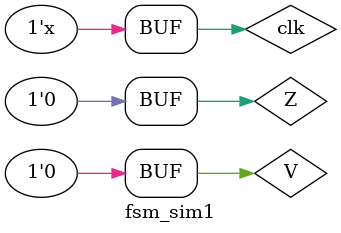
<source format=v>
`timescale 1ns / 1ps


module fsm_sim1;
reg clk;
reg V;
reg Z;
wire [11:0] lights;
wire [2:0] present_state;
wire [2:0] next_state;

traffic_light_fsm uut(
.clk(clk),
.V(V),
.Z(Z),
.present_state(present_state),
.next_state(next_state),
.lights(lights)
);

    initial begin
    clk = 0; V = 0; Z = 0;
    #150;
    
    V = 1;
    #80;
    
    V = 0; Z = 1;
    #50;
    
    Z = 0;
    #150;
    end 
    
    always #10 clk = ~clk;
    
endmodule

</source>
